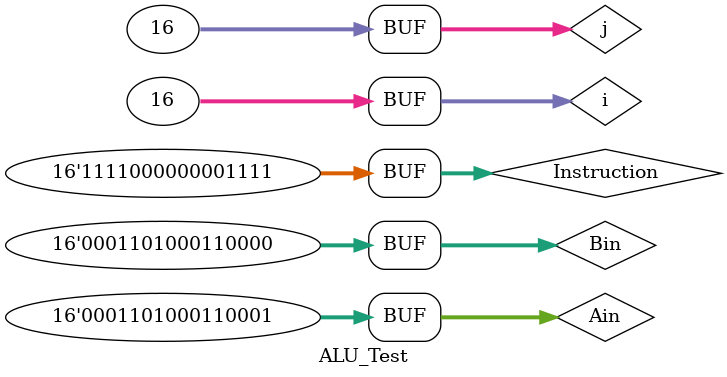
<source format=v>
`timescale 1ns / 1ps


module ALU_Test;

	// Inputs
	reg [15:0] Ain;
	reg [15:0] Bin;
	reg [15:0] Instruction;

	// Outputs
	wire [15:0] Output;

	// Instantiate the Unit Under Test (UUT)
	ALU uut (
		.Ain(Ain), 
		.Bin(Bin), 
		.Instruction(Instruction), 
		.Output(Output)
	);
integer i,j; 
	initial begin
		// Initialize Inputs
		Ain = 16'b0001_1010_0011_0001;
		Bin = 16'b0001_1010_0011_0000;
		Instruction = 0;

		// Wait 100 ns for global reset to finish
		#1;
        
		// Add stimulus here
		for(i = 0; i <16;i= i+1)
		begin
			Instruction[15:12] = i;
			for(j=0;j<16;j=j+1)
			begin
				Instruction[3:0] = j;
				#1;
			end

		end
	end
      
endmodule


</source>
